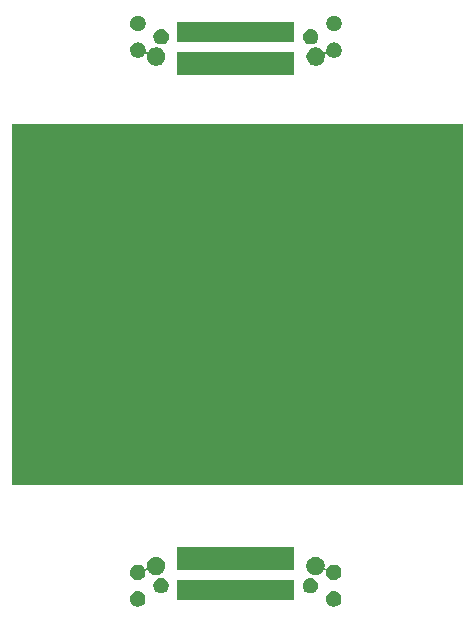
<source format=gbr>
G04 #@! TF.GenerationSoftware,KiCad,Pcbnew,(5.1.0)-1*
G04 #@! TF.CreationDate,2021-08-05T13:01:27-06:00*
G04 #@! TF.ProjectId,_autosave-Igloo19,5f617574-6f73-4617-9665-2d49676c6f6f,rev?*
G04 #@! TF.SameCoordinates,Original*
G04 #@! TF.FileFunction,Soldermask,Bot*
G04 #@! TF.FilePolarity,Negative*
%FSLAX46Y46*%
G04 Gerber Fmt 4.6, Leading zero omitted, Abs format (unit mm)*
G04 Created by KiCad (PCBNEW (5.1.0)-1) date 2021-08-05 13:01:27*
%MOMM*%
%LPD*%
G04 APERTURE LIST*
%ADD10C,0.100000*%
G04 APERTURE END LIST*
D10*
G36*
X198120000Y-90170000D02*
G01*
X160020000Y-90170000D01*
X160020000Y-59690000D01*
X198120000Y-59690000D01*
X198120000Y-90170000D01*
G37*
X198120000Y-90170000D02*
X160020000Y-90170000D01*
X160020000Y-59690000D01*
X198120000Y-59690000D01*
X198120000Y-90170000D01*
G36*
X187461055Y-99270171D02*
G01*
X187580257Y-99319546D01*
X187580259Y-99319547D01*
X187687538Y-99391228D01*
X187778772Y-99482462D01*
X187850453Y-99589741D01*
X187850454Y-99589743D01*
X187899829Y-99708945D01*
X187925000Y-99835487D01*
X187925000Y-99964513D01*
X187899829Y-100091055D01*
X187850454Y-100210257D01*
X187850453Y-100210259D01*
X187778772Y-100317538D01*
X187687538Y-100408772D01*
X187580259Y-100480453D01*
X187580258Y-100480454D01*
X187580257Y-100480454D01*
X187461055Y-100529829D01*
X187334513Y-100555000D01*
X187205487Y-100555000D01*
X187078945Y-100529829D01*
X186959743Y-100480454D01*
X186959742Y-100480454D01*
X186959741Y-100480453D01*
X186852462Y-100408772D01*
X186761228Y-100317538D01*
X186689547Y-100210259D01*
X186689546Y-100210257D01*
X186640171Y-100091055D01*
X186615000Y-99964513D01*
X186615000Y-99835487D01*
X186640171Y-99708945D01*
X186689546Y-99589743D01*
X186689547Y-99589741D01*
X186761228Y-99482462D01*
X186852462Y-99391228D01*
X186959741Y-99319547D01*
X186959743Y-99319546D01*
X187078945Y-99270171D01*
X187205487Y-99245000D01*
X187334513Y-99245000D01*
X187461055Y-99270171D01*
X187461055Y-99270171D01*
G37*
G36*
X170861055Y-99270171D02*
G01*
X170980257Y-99319546D01*
X170980259Y-99319547D01*
X171087538Y-99391228D01*
X171178772Y-99482462D01*
X171250453Y-99589741D01*
X171250454Y-99589743D01*
X171299829Y-99708945D01*
X171325000Y-99835487D01*
X171325000Y-99964513D01*
X171299829Y-100091055D01*
X171250454Y-100210257D01*
X171250453Y-100210259D01*
X171178772Y-100317538D01*
X171087538Y-100408772D01*
X170980259Y-100480453D01*
X170980258Y-100480454D01*
X170980257Y-100480454D01*
X170861055Y-100529829D01*
X170734513Y-100555000D01*
X170605487Y-100555000D01*
X170478945Y-100529829D01*
X170359743Y-100480454D01*
X170359742Y-100480454D01*
X170359741Y-100480453D01*
X170252462Y-100408772D01*
X170161228Y-100317538D01*
X170089547Y-100210259D01*
X170089546Y-100210257D01*
X170040171Y-100091055D01*
X170015000Y-99964513D01*
X170015000Y-99835487D01*
X170040171Y-99708945D01*
X170089546Y-99589743D01*
X170089547Y-99589741D01*
X170161228Y-99482462D01*
X170252462Y-99391228D01*
X170359741Y-99319547D01*
X170359743Y-99319546D01*
X170478945Y-99270171D01*
X170605487Y-99245000D01*
X170734513Y-99245000D01*
X170861055Y-99270171D01*
X170861055Y-99270171D01*
G37*
G36*
X183921000Y-100031000D02*
G01*
X174019000Y-100031000D01*
X174019000Y-98299000D01*
X183921000Y-98299000D01*
X183921000Y-100031000D01*
X183921000Y-100031000D01*
G37*
G36*
X172836055Y-98150171D02*
G01*
X172955257Y-98199546D01*
X172955259Y-98199547D01*
X173062538Y-98271228D01*
X173153772Y-98362462D01*
X173225453Y-98469741D01*
X173225454Y-98469743D01*
X173274829Y-98588945D01*
X173300000Y-98715487D01*
X173300000Y-98844513D01*
X173274829Y-98971055D01*
X173225454Y-99090257D01*
X173225453Y-99090259D01*
X173153772Y-99197538D01*
X173062538Y-99288772D01*
X172955259Y-99360453D01*
X172955258Y-99360454D01*
X172955257Y-99360454D01*
X172836055Y-99409829D01*
X172709513Y-99435000D01*
X172580487Y-99435000D01*
X172453945Y-99409829D01*
X172334743Y-99360454D01*
X172334742Y-99360454D01*
X172334741Y-99360453D01*
X172227462Y-99288772D01*
X172136228Y-99197538D01*
X172064547Y-99090259D01*
X172064546Y-99090257D01*
X172015171Y-98971055D01*
X171990000Y-98844513D01*
X171990000Y-98715487D01*
X172015171Y-98588945D01*
X172064546Y-98469743D01*
X172064547Y-98469741D01*
X172136228Y-98362462D01*
X172227462Y-98271228D01*
X172334741Y-98199547D01*
X172334743Y-98199546D01*
X172453945Y-98150171D01*
X172580487Y-98125000D01*
X172709513Y-98125000D01*
X172836055Y-98150171D01*
X172836055Y-98150171D01*
G37*
G36*
X185486055Y-98150171D02*
G01*
X185605257Y-98199546D01*
X185605259Y-98199547D01*
X185712538Y-98271228D01*
X185803772Y-98362462D01*
X185875453Y-98469741D01*
X185875454Y-98469743D01*
X185924829Y-98588945D01*
X185950000Y-98715487D01*
X185950000Y-98844513D01*
X185924829Y-98971055D01*
X185875454Y-99090257D01*
X185875453Y-99090259D01*
X185803772Y-99197538D01*
X185712538Y-99288772D01*
X185605259Y-99360453D01*
X185605258Y-99360454D01*
X185605257Y-99360454D01*
X185486055Y-99409829D01*
X185359513Y-99435000D01*
X185230487Y-99435000D01*
X185103945Y-99409829D01*
X184984743Y-99360454D01*
X184984742Y-99360454D01*
X184984741Y-99360453D01*
X184877462Y-99288772D01*
X184786228Y-99197538D01*
X184714547Y-99090259D01*
X184714546Y-99090257D01*
X184665171Y-98971055D01*
X184640000Y-98844513D01*
X184640000Y-98715487D01*
X184665171Y-98588945D01*
X184714546Y-98469743D01*
X184714547Y-98469741D01*
X184786228Y-98362462D01*
X184877462Y-98271228D01*
X184984741Y-98199547D01*
X184984743Y-98199546D01*
X185103945Y-98150171D01*
X185230487Y-98125000D01*
X185359513Y-98125000D01*
X185486055Y-98150171D01*
X185486055Y-98150171D01*
G37*
G36*
X185946348Y-96353820D02*
G01*
X185946350Y-96353821D01*
X185946351Y-96353821D01*
X186087574Y-96412317D01*
X186087577Y-96412319D01*
X186214669Y-96497239D01*
X186322761Y-96605331D01*
X186407681Y-96732423D01*
X186407683Y-96732426D01*
X186466179Y-96873649D01*
X186466180Y-96873652D01*
X186496000Y-97023569D01*
X186496000Y-97176432D01*
X186490303Y-97205074D01*
X186487901Y-97229460D01*
X186490303Y-97253846D01*
X186497416Y-97277295D01*
X186508968Y-97298905D01*
X186524513Y-97317847D01*
X186543455Y-97333392D01*
X186565066Y-97344943D01*
X186588515Y-97352056D01*
X186612901Y-97354458D01*
X186637287Y-97352056D01*
X186660736Y-97344943D01*
X186682346Y-97333391D01*
X186701288Y-97317846D01*
X186716833Y-97298904D01*
X186761226Y-97232465D01*
X186761228Y-97232462D01*
X186852462Y-97141228D01*
X186959741Y-97069547D01*
X186959743Y-97069546D01*
X187078945Y-97020171D01*
X187205487Y-96995000D01*
X187334513Y-96995000D01*
X187461055Y-97020171D01*
X187580257Y-97069546D01*
X187580259Y-97069547D01*
X187687538Y-97141228D01*
X187778772Y-97232462D01*
X187850453Y-97339741D01*
X187850454Y-97339743D01*
X187899829Y-97458945D01*
X187925000Y-97585487D01*
X187925000Y-97714513D01*
X187899829Y-97841055D01*
X187897706Y-97846180D01*
X187850453Y-97960259D01*
X187778772Y-98067538D01*
X187687538Y-98158772D01*
X187580259Y-98230453D01*
X187580258Y-98230454D01*
X187580257Y-98230454D01*
X187461055Y-98279829D01*
X187334513Y-98305000D01*
X187205487Y-98305000D01*
X187078945Y-98279829D01*
X186959743Y-98230454D01*
X186959742Y-98230454D01*
X186959741Y-98230453D01*
X186852462Y-98158772D01*
X186761228Y-98067538D01*
X186689547Y-97960259D01*
X186642294Y-97846180D01*
X186640171Y-97841055D01*
X186615000Y-97714513D01*
X186615000Y-97578709D01*
X186616079Y-97567755D01*
X186613678Y-97543369D01*
X186606565Y-97519920D01*
X186595014Y-97498309D01*
X186579469Y-97479367D01*
X186560528Y-97463821D01*
X186538917Y-97452270D01*
X186515468Y-97445156D01*
X186491082Y-97442754D01*
X186466696Y-97445155D01*
X186443247Y-97452268D01*
X186421636Y-97463819D01*
X186402694Y-97479364D01*
X186387147Y-97498308D01*
X186322761Y-97594669D01*
X186214669Y-97702761D01*
X186087577Y-97787681D01*
X186087574Y-97787683D01*
X185946351Y-97846179D01*
X185946350Y-97846179D01*
X185946348Y-97846180D01*
X185796431Y-97876000D01*
X185643569Y-97876000D01*
X185493652Y-97846180D01*
X185493650Y-97846179D01*
X185493649Y-97846179D01*
X185352426Y-97787683D01*
X185352423Y-97787681D01*
X185225331Y-97702761D01*
X185117239Y-97594669D01*
X185032319Y-97467577D01*
X185032317Y-97467574D01*
X184973821Y-97326351D01*
X184968362Y-97298905D01*
X184944000Y-97176431D01*
X184944000Y-97023569D01*
X184973820Y-96873652D01*
X184973821Y-96873649D01*
X185032317Y-96732426D01*
X185032319Y-96732423D01*
X185117239Y-96605331D01*
X185225331Y-96497239D01*
X185352423Y-96412319D01*
X185352426Y-96412317D01*
X185493649Y-96353821D01*
X185493650Y-96353821D01*
X185493652Y-96353820D01*
X185643569Y-96324000D01*
X185796431Y-96324000D01*
X185946348Y-96353820D01*
X185946348Y-96353820D01*
G37*
G36*
X172446348Y-96353820D02*
G01*
X172446350Y-96353821D01*
X172446351Y-96353821D01*
X172587574Y-96412317D01*
X172587577Y-96412319D01*
X172714669Y-96497239D01*
X172822761Y-96605331D01*
X172907681Y-96732423D01*
X172907683Y-96732426D01*
X172966179Y-96873649D01*
X172966180Y-96873652D01*
X172996000Y-97023569D01*
X172996000Y-97176431D01*
X172971639Y-97298905D01*
X172966179Y-97326351D01*
X172907683Y-97467574D01*
X172907681Y-97467577D01*
X172822761Y-97594669D01*
X172714669Y-97702761D01*
X172587577Y-97787681D01*
X172587574Y-97787683D01*
X172446351Y-97846179D01*
X172446350Y-97846179D01*
X172446348Y-97846180D01*
X172296431Y-97876000D01*
X172143569Y-97876000D01*
X171993652Y-97846180D01*
X171993650Y-97846179D01*
X171993649Y-97846179D01*
X171852426Y-97787683D01*
X171852423Y-97787681D01*
X171725331Y-97702761D01*
X171617239Y-97594669D01*
X171552853Y-97498308D01*
X171537308Y-97479366D01*
X171518366Y-97463820D01*
X171496755Y-97452269D01*
X171473307Y-97445156D01*
X171448920Y-97442754D01*
X171424534Y-97445156D01*
X171401085Y-97452269D01*
X171379475Y-97463820D01*
X171360533Y-97479365D01*
X171344987Y-97498307D01*
X171333436Y-97519918D01*
X171326323Y-97543366D01*
X171323921Y-97567753D01*
X171325000Y-97578708D01*
X171325000Y-97714513D01*
X171299829Y-97841055D01*
X171297706Y-97846180D01*
X171250453Y-97960259D01*
X171178772Y-98067538D01*
X171087538Y-98158772D01*
X170980259Y-98230453D01*
X170980258Y-98230454D01*
X170980257Y-98230454D01*
X170861055Y-98279829D01*
X170734513Y-98305000D01*
X170605487Y-98305000D01*
X170478945Y-98279829D01*
X170359743Y-98230454D01*
X170359742Y-98230454D01*
X170359741Y-98230453D01*
X170252462Y-98158772D01*
X170161228Y-98067538D01*
X170089547Y-97960259D01*
X170042294Y-97846180D01*
X170040171Y-97841055D01*
X170015000Y-97714513D01*
X170015000Y-97585487D01*
X170040171Y-97458945D01*
X170089546Y-97339743D01*
X170089547Y-97339741D01*
X170161228Y-97232462D01*
X170252462Y-97141228D01*
X170359741Y-97069547D01*
X170359743Y-97069546D01*
X170478945Y-97020171D01*
X170605487Y-96995000D01*
X170734513Y-96995000D01*
X170861055Y-97020171D01*
X170980257Y-97069546D01*
X170980259Y-97069547D01*
X171087538Y-97141228D01*
X171178772Y-97232462D01*
X171178774Y-97232465D01*
X171223167Y-97298904D01*
X171238712Y-97317846D01*
X171257654Y-97333392D01*
X171279265Y-97344943D01*
X171302714Y-97352056D01*
X171327100Y-97354458D01*
X171351486Y-97352056D01*
X171374935Y-97344943D01*
X171396545Y-97333392D01*
X171415487Y-97317847D01*
X171431033Y-97298905D01*
X171442584Y-97277294D01*
X171449697Y-97253845D01*
X171452099Y-97229459D01*
X171449697Y-97205074D01*
X171444000Y-97176432D01*
X171444000Y-97023569D01*
X171473820Y-96873652D01*
X171473821Y-96873649D01*
X171532317Y-96732426D01*
X171532319Y-96732423D01*
X171617239Y-96605331D01*
X171725331Y-96497239D01*
X171852423Y-96412319D01*
X171852426Y-96412317D01*
X171993649Y-96353821D01*
X171993650Y-96353821D01*
X171993652Y-96353820D01*
X172143569Y-96324000D01*
X172296431Y-96324000D01*
X172446348Y-96353820D01*
X172446348Y-96353820D01*
G37*
G36*
X183921000Y-97451000D02*
G01*
X174019000Y-97451000D01*
X174019000Y-95549000D01*
X183921000Y-95549000D01*
X183921000Y-97451000D01*
X183921000Y-97451000D01*
G37*
G36*
X194328337Y-81339338D02*
G01*
X194490913Y-81371677D01*
X194617780Y-81424227D01*
X194797198Y-81498544D01*
X194797199Y-81498545D01*
X195072850Y-81682729D01*
X195307271Y-81917150D01*
X195307272Y-81917152D01*
X195491456Y-82192802D01*
X195618323Y-82499088D01*
X195683000Y-82824238D01*
X195683000Y-83155762D01*
X195618323Y-83480912D01*
X195491456Y-83787198D01*
X195491455Y-83787199D01*
X195307271Y-84062850D01*
X195072850Y-84297271D01*
X194934088Y-84389989D01*
X194797198Y-84481456D01*
X194659908Y-84538323D01*
X194490913Y-84608323D01*
X194328337Y-84640661D01*
X194165762Y-84673000D01*
X193834238Y-84673000D01*
X193671663Y-84640662D01*
X193509087Y-84608323D01*
X193340092Y-84538323D01*
X193202802Y-84481456D01*
X193065912Y-84389989D01*
X192927150Y-84297271D01*
X192692729Y-84062850D01*
X192508545Y-83787199D01*
X192508544Y-83787198D01*
X192381677Y-83480912D01*
X192317000Y-83155762D01*
X192317000Y-82824238D01*
X192381677Y-82499088D01*
X192508544Y-82192802D01*
X192692728Y-81917152D01*
X192692729Y-81917150D01*
X192927150Y-81682729D01*
X193202801Y-81498545D01*
X193202802Y-81498544D01*
X193382220Y-81424227D01*
X193509087Y-81371677D01*
X193671663Y-81339339D01*
X193834238Y-81307000D01*
X194165762Y-81307000D01*
X194328337Y-81339338D01*
X194328337Y-81339338D01*
G37*
G36*
X164328337Y-81269338D02*
G01*
X164490913Y-81301677D01*
X164617780Y-81354227D01*
X164797198Y-81428544D01*
X164934088Y-81520011D01*
X165072850Y-81612729D01*
X165307271Y-81847150D01*
X165307272Y-81847152D01*
X165491456Y-82122802D01*
X165618323Y-82429088D01*
X165683000Y-82754238D01*
X165683000Y-83085762D01*
X165618323Y-83410912D01*
X165491456Y-83717198D01*
X165491455Y-83717199D01*
X165307271Y-83992850D01*
X165072850Y-84227271D01*
X164968086Y-84297272D01*
X164797198Y-84411456D01*
X164628204Y-84481455D01*
X164490913Y-84538323D01*
X164328337Y-84570661D01*
X164165762Y-84603000D01*
X163834238Y-84603000D01*
X163671663Y-84570661D01*
X163509087Y-84538323D01*
X163371796Y-84481455D01*
X163202802Y-84411456D01*
X163031914Y-84297272D01*
X162927150Y-84227271D01*
X162692729Y-83992850D01*
X162508545Y-83717199D01*
X162508544Y-83717198D01*
X162381677Y-83410912D01*
X162317000Y-83085762D01*
X162317000Y-82754238D01*
X162381677Y-82429088D01*
X162508544Y-82122802D01*
X162692728Y-81847152D01*
X162692729Y-81847150D01*
X162927150Y-81612729D01*
X163065912Y-81520011D01*
X163202802Y-81428544D01*
X163382220Y-81354227D01*
X163509087Y-81301677D01*
X163671663Y-81269339D01*
X163834238Y-81237000D01*
X164165762Y-81237000D01*
X164328337Y-81269338D01*
X164328337Y-81269338D01*
G37*
G36*
X194328337Y-66339338D02*
G01*
X194490913Y-66371677D01*
X194617780Y-66424227D01*
X194797198Y-66498544D01*
X194797199Y-66498545D01*
X195072850Y-66682729D01*
X195307271Y-66917150D01*
X195307272Y-66917152D01*
X195491456Y-67192802D01*
X195618323Y-67499088D01*
X195683000Y-67824238D01*
X195683000Y-68155762D01*
X195618323Y-68480912D01*
X195491456Y-68787198D01*
X195491455Y-68787199D01*
X195307271Y-69062850D01*
X195072850Y-69297271D01*
X194934088Y-69389989D01*
X194797198Y-69481456D01*
X194617780Y-69555773D01*
X194490913Y-69608323D01*
X194328337Y-69640661D01*
X194165762Y-69673000D01*
X193834238Y-69673000D01*
X193671663Y-69640661D01*
X193509087Y-69608323D01*
X193382220Y-69555773D01*
X193202802Y-69481456D01*
X193065912Y-69389989D01*
X192927150Y-69297271D01*
X192692729Y-69062850D01*
X192508545Y-68787199D01*
X192508544Y-68787198D01*
X192381677Y-68480912D01*
X192317000Y-68155762D01*
X192317000Y-67824238D01*
X192381677Y-67499088D01*
X192508544Y-67192802D01*
X192692728Y-66917152D01*
X192692729Y-66917150D01*
X192927150Y-66682729D01*
X193202801Y-66498545D01*
X193202802Y-66498544D01*
X193382220Y-66424227D01*
X193509087Y-66371677D01*
X193671663Y-66339338D01*
X193834238Y-66307000D01*
X194165762Y-66307000D01*
X194328337Y-66339338D01*
X194328337Y-66339338D01*
G37*
G36*
X164328337Y-66339338D02*
G01*
X164490913Y-66371677D01*
X164617780Y-66424227D01*
X164797198Y-66498544D01*
X164797199Y-66498545D01*
X165072850Y-66682729D01*
X165307271Y-66917150D01*
X165307272Y-66917152D01*
X165491456Y-67192802D01*
X165618323Y-67499088D01*
X165683000Y-67824238D01*
X165683000Y-68155762D01*
X165618323Y-68480912D01*
X165491456Y-68787198D01*
X165491455Y-68787199D01*
X165307271Y-69062850D01*
X165072850Y-69297271D01*
X164934088Y-69389989D01*
X164797198Y-69481456D01*
X164617780Y-69555773D01*
X164490913Y-69608323D01*
X164328337Y-69640661D01*
X164165762Y-69673000D01*
X163834238Y-69673000D01*
X163671663Y-69640661D01*
X163509087Y-69608323D01*
X163382220Y-69555773D01*
X163202802Y-69481456D01*
X163065912Y-69389989D01*
X162927150Y-69297271D01*
X162692729Y-69062850D01*
X162508545Y-68787199D01*
X162508544Y-68787198D01*
X162381677Y-68480912D01*
X162317000Y-68155762D01*
X162317000Y-67824238D01*
X162381677Y-67499088D01*
X162508544Y-67192802D01*
X162692728Y-66917152D01*
X162692729Y-66917150D01*
X162927150Y-66682729D01*
X163202801Y-66498545D01*
X163202802Y-66498544D01*
X163382220Y-66424227D01*
X163509087Y-66371677D01*
X163671663Y-66339338D01*
X163834238Y-66307000D01*
X164165762Y-66307000D01*
X164328337Y-66339338D01*
X164328337Y-66339338D01*
G37*
G36*
X183941000Y-55531000D02*
G01*
X174039000Y-55531000D01*
X174039000Y-53629000D01*
X183941000Y-53629000D01*
X183941000Y-55531000D01*
X183941000Y-55531000D01*
G37*
G36*
X187481055Y-52800171D02*
G01*
X187600257Y-52849546D01*
X187600259Y-52849547D01*
X187707538Y-52921228D01*
X187798772Y-53012462D01*
X187870453Y-53119741D01*
X187870454Y-53119743D01*
X187919829Y-53238945D01*
X187945000Y-53365487D01*
X187945000Y-53494513D01*
X187919829Y-53621055D01*
X187913122Y-53637246D01*
X187870453Y-53740259D01*
X187798772Y-53847538D01*
X187707538Y-53938772D01*
X187600259Y-54010453D01*
X187600258Y-54010454D01*
X187600257Y-54010454D01*
X187481055Y-54059829D01*
X187354513Y-54085000D01*
X187225487Y-54085000D01*
X187098945Y-54059829D01*
X186979743Y-54010454D01*
X186979742Y-54010454D01*
X186979741Y-54010453D01*
X186872462Y-53938772D01*
X186781228Y-53847538D01*
X186736833Y-53781096D01*
X186721288Y-53762154D01*
X186702346Y-53746608D01*
X186680735Y-53735057D01*
X186657286Y-53727944D01*
X186632900Y-53725542D01*
X186608514Y-53727944D01*
X186585065Y-53735057D01*
X186563455Y-53746608D01*
X186544513Y-53762153D01*
X186528967Y-53781095D01*
X186517416Y-53802706D01*
X186510303Y-53826155D01*
X186507901Y-53850541D01*
X186510303Y-53874926D01*
X186516000Y-53903568D01*
X186516000Y-54056429D01*
X186486179Y-54206351D01*
X186427683Y-54347574D01*
X186427681Y-54347577D01*
X186342761Y-54474669D01*
X186234669Y-54582761D01*
X186107577Y-54667681D01*
X186107574Y-54667683D01*
X185966351Y-54726179D01*
X185966350Y-54726179D01*
X185966348Y-54726180D01*
X185816431Y-54756000D01*
X185663569Y-54756000D01*
X185513652Y-54726180D01*
X185513650Y-54726179D01*
X185513649Y-54726179D01*
X185372426Y-54667683D01*
X185372423Y-54667681D01*
X185245331Y-54582761D01*
X185137239Y-54474669D01*
X185052319Y-54347577D01*
X185052317Y-54347574D01*
X184993821Y-54206351D01*
X184964000Y-54056429D01*
X184964000Y-53903569D01*
X184993820Y-53753652D01*
X184996737Y-53746609D01*
X185052317Y-53612426D01*
X185060195Y-53600636D01*
X185137239Y-53485331D01*
X185245331Y-53377239D01*
X185372423Y-53292319D01*
X185372426Y-53292317D01*
X185513649Y-53233821D01*
X185513650Y-53233821D01*
X185513652Y-53233820D01*
X185663569Y-53204000D01*
X185816431Y-53204000D01*
X185966348Y-53233820D01*
X185966350Y-53233821D01*
X185966351Y-53233821D01*
X186107574Y-53292317D01*
X186107577Y-53292319D01*
X186234669Y-53377239D01*
X186342761Y-53485331D01*
X186407147Y-53581692D01*
X186422692Y-53600634D01*
X186441634Y-53616180D01*
X186463245Y-53627731D01*
X186486693Y-53634844D01*
X186511080Y-53637246D01*
X186535466Y-53634844D01*
X186558915Y-53627731D01*
X186580525Y-53616180D01*
X186599467Y-53600635D01*
X186615013Y-53581693D01*
X186626564Y-53560082D01*
X186633677Y-53536634D01*
X186636079Y-53512247D01*
X186635000Y-53501292D01*
X186635000Y-53365487D01*
X186660171Y-53238945D01*
X186709546Y-53119743D01*
X186709547Y-53119741D01*
X186781228Y-53012462D01*
X186872462Y-52921228D01*
X186979741Y-52849547D01*
X186979743Y-52849546D01*
X187098945Y-52800171D01*
X187225487Y-52775000D01*
X187354513Y-52775000D01*
X187481055Y-52800171D01*
X187481055Y-52800171D01*
G37*
G36*
X170881055Y-52800171D02*
G01*
X171000257Y-52849546D01*
X171000259Y-52849547D01*
X171107538Y-52921228D01*
X171198772Y-53012462D01*
X171270453Y-53119741D01*
X171270454Y-53119743D01*
X171319829Y-53238945D01*
X171345000Y-53365487D01*
X171345000Y-53501291D01*
X171343921Y-53512245D01*
X171346322Y-53536631D01*
X171353435Y-53560080D01*
X171364986Y-53581691D01*
X171380531Y-53600633D01*
X171399472Y-53616179D01*
X171421083Y-53627730D01*
X171444532Y-53634844D01*
X171468918Y-53637246D01*
X171493304Y-53634845D01*
X171516753Y-53627732D01*
X171538364Y-53616181D01*
X171557306Y-53600636D01*
X171572853Y-53581692D01*
X171637239Y-53485331D01*
X171745331Y-53377239D01*
X171872423Y-53292319D01*
X171872426Y-53292317D01*
X172013649Y-53233821D01*
X172013650Y-53233821D01*
X172013652Y-53233820D01*
X172163569Y-53204000D01*
X172316431Y-53204000D01*
X172466348Y-53233820D01*
X172466350Y-53233821D01*
X172466351Y-53233821D01*
X172607574Y-53292317D01*
X172607577Y-53292319D01*
X172734669Y-53377239D01*
X172842761Y-53485331D01*
X172919805Y-53600636D01*
X172927683Y-53612426D01*
X172983263Y-53746609D01*
X172986180Y-53753652D01*
X173016000Y-53903569D01*
X173016000Y-54056429D01*
X172986179Y-54206351D01*
X172927683Y-54347574D01*
X172927681Y-54347577D01*
X172842761Y-54474669D01*
X172734669Y-54582761D01*
X172607577Y-54667681D01*
X172607574Y-54667683D01*
X172466351Y-54726179D01*
X172466350Y-54726179D01*
X172466348Y-54726180D01*
X172316431Y-54756000D01*
X172163569Y-54756000D01*
X172013652Y-54726180D01*
X172013650Y-54726179D01*
X172013649Y-54726179D01*
X171872426Y-54667683D01*
X171872423Y-54667681D01*
X171745331Y-54582761D01*
X171637239Y-54474669D01*
X171552319Y-54347577D01*
X171552317Y-54347574D01*
X171493821Y-54206351D01*
X171464000Y-54056429D01*
X171464000Y-53903568D01*
X171469697Y-53874926D01*
X171472099Y-53850540D01*
X171469697Y-53826154D01*
X171462584Y-53802705D01*
X171451032Y-53781095D01*
X171435487Y-53762153D01*
X171416545Y-53746608D01*
X171394934Y-53735057D01*
X171371485Y-53727944D01*
X171347099Y-53725542D01*
X171322713Y-53727944D01*
X171299264Y-53735057D01*
X171277654Y-53746609D01*
X171258712Y-53762154D01*
X171243167Y-53781096D01*
X171198772Y-53847538D01*
X171107538Y-53938772D01*
X171000259Y-54010453D01*
X171000258Y-54010454D01*
X171000257Y-54010454D01*
X170881055Y-54059829D01*
X170754513Y-54085000D01*
X170625487Y-54085000D01*
X170498945Y-54059829D01*
X170379743Y-54010454D01*
X170379742Y-54010454D01*
X170379741Y-54010453D01*
X170272462Y-53938772D01*
X170181228Y-53847538D01*
X170109547Y-53740259D01*
X170066878Y-53637246D01*
X170060171Y-53621055D01*
X170035000Y-53494513D01*
X170035000Y-53365487D01*
X170060171Y-53238945D01*
X170109546Y-53119743D01*
X170109547Y-53119741D01*
X170181228Y-53012462D01*
X170272462Y-52921228D01*
X170379741Y-52849547D01*
X170379743Y-52849546D01*
X170498945Y-52800171D01*
X170625487Y-52775000D01*
X170754513Y-52775000D01*
X170881055Y-52800171D01*
X170881055Y-52800171D01*
G37*
G36*
X172856055Y-51670171D02*
G01*
X172975257Y-51719546D01*
X172975259Y-51719547D01*
X173082538Y-51791228D01*
X173173772Y-51882462D01*
X173245453Y-51989741D01*
X173245454Y-51989743D01*
X173294829Y-52108945D01*
X173320000Y-52235487D01*
X173320000Y-52364513D01*
X173294829Y-52491055D01*
X173245454Y-52610257D01*
X173245453Y-52610259D01*
X173173772Y-52717538D01*
X173082538Y-52808772D01*
X172975259Y-52880453D01*
X172975258Y-52880454D01*
X172975257Y-52880454D01*
X172856055Y-52929829D01*
X172729513Y-52955000D01*
X172600487Y-52955000D01*
X172473945Y-52929829D01*
X172354743Y-52880454D01*
X172354742Y-52880454D01*
X172354741Y-52880453D01*
X172247462Y-52808772D01*
X172156228Y-52717538D01*
X172084547Y-52610259D01*
X172084546Y-52610257D01*
X172035171Y-52491055D01*
X172010000Y-52364513D01*
X172010000Y-52235487D01*
X172035171Y-52108945D01*
X172084546Y-51989743D01*
X172084547Y-51989741D01*
X172156228Y-51882462D01*
X172247462Y-51791228D01*
X172354741Y-51719547D01*
X172354743Y-51719546D01*
X172473945Y-51670171D01*
X172600487Y-51645000D01*
X172729513Y-51645000D01*
X172856055Y-51670171D01*
X172856055Y-51670171D01*
G37*
G36*
X185506055Y-51670171D02*
G01*
X185625257Y-51719546D01*
X185625259Y-51719547D01*
X185732538Y-51791228D01*
X185823772Y-51882462D01*
X185895453Y-51989741D01*
X185895454Y-51989743D01*
X185944829Y-52108945D01*
X185970000Y-52235487D01*
X185970000Y-52364513D01*
X185944829Y-52491055D01*
X185895454Y-52610257D01*
X185895453Y-52610259D01*
X185823772Y-52717538D01*
X185732538Y-52808772D01*
X185625259Y-52880453D01*
X185625258Y-52880454D01*
X185625257Y-52880454D01*
X185506055Y-52929829D01*
X185379513Y-52955000D01*
X185250487Y-52955000D01*
X185123945Y-52929829D01*
X185004743Y-52880454D01*
X185004742Y-52880454D01*
X185004741Y-52880453D01*
X184897462Y-52808772D01*
X184806228Y-52717538D01*
X184734547Y-52610259D01*
X184734546Y-52610257D01*
X184685171Y-52491055D01*
X184660000Y-52364513D01*
X184660000Y-52235487D01*
X184685171Y-52108945D01*
X184734546Y-51989743D01*
X184734547Y-51989741D01*
X184806228Y-51882462D01*
X184897462Y-51791228D01*
X185004741Y-51719547D01*
X185004743Y-51719546D01*
X185123945Y-51670171D01*
X185250487Y-51645000D01*
X185379513Y-51645000D01*
X185506055Y-51670171D01*
X185506055Y-51670171D01*
G37*
G36*
X183941000Y-52781000D02*
G01*
X174039000Y-52781000D01*
X174039000Y-51049000D01*
X183941000Y-51049000D01*
X183941000Y-52781000D01*
X183941000Y-52781000D01*
G37*
G36*
X170881055Y-50550171D02*
G01*
X171000257Y-50599546D01*
X171000259Y-50599547D01*
X171107538Y-50671228D01*
X171198772Y-50762462D01*
X171270453Y-50869741D01*
X171270454Y-50869743D01*
X171319829Y-50988945D01*
X171345000Y-51115487D01*
X171345000Y-51244513D01*
X171319829Y-51371055D01*
X171270454Y-51490257D01*
X171270453Y-51490259D01*
X171198772Y-51597538D01*
X171107538Y-51688772D01*
X171000259Y-51760453D01*
X171000258Y-51760454D01*
X171000257Y-51760454D01*
X170881055Y-51809829D01*
X170754513Y-51835000D01*
X170625487Y-51835000D01*
X170498945Y-51809829D01*
X170379743Y-51760454D01*
X170379742Y-51760454D01*
X170379741Y-51760453D01*
X170272462Y-51688772D01*
X170181228Y-51597538D01*
X170109547Y-51490259D01*
X170109546Y-51490257D01*
X170060171Y-51371055D01*
X170035000Y-51244513D01*
X170035000Y-51115487D01*
X170060171Y-50988945D01*
X170109546Y-50869743D01*
X170109547Y-50869741D01*
X170181228Y-50762462D01*
X170272462Y-50671228D01*
X170379741Y-50599547D01*
X170379743Y-50599546D01*
X170498945Y-50550171D01*
X170625487Y-50525000D01*
X170754513Y-50525000D01*
X170881055Y-50550171D01*
X170881055Y-50550171D01*
G37*
G36*
X187481055Y-50550171D02*
G01*
X187600257Y-50599546D01*
X187600259Y-50599547D01*
X187707538Y-50671228D01*
X187798772Y-50762462D01*
X187870453Y-50869741D01*
X187870454Y-50869743D01*
X187919829Y-50988945D01*
X187945000Y-51115487D01*
X187945000Y-51244513D01*
X187919829Y-51371055D01*
X187870454Y-51490257D01*
X187870453Y-51490259D01*
X187798772Y-51597538D01*
X187707538Y-51688772D01*
X187600259Y-51760453D01*
X187600258Y-51760454D01*
X187600257Y-51760454D01*
X187481055Y-51809829D01*
X187354513Y-51835000D01*
X187225487Y-51835000D01*
X187098945Y-51809829D01*
X186979743Y-51760454D01*
X186979742Y-51760454D01*
X186979741Y-51760453D01*
X186872462Y-51688772D01*
X186781228Y-51597538D01*
X186709547Y-51490259D01*
X186709546Y-51490257D01*
X186660171Y-51371055D01*
X186635000Y-51244513D01*
X186635000Y-51115487D01*
X186660171Y-50988945D01*
X186709546Y-50869743D01*
X186709547Y-50869741D01*
X186781228Y-50762462D01*
X186872462Y-50671228D01*
X186979741Y-50599547D01*
X186979743Y-50599546D01*
X187098945Y-50550171D01*
X187225487Y-50525000D01*
X187354513Y-50525000D01*
X187481055Y-50550171D01*
X187481055Y-50550171D01*
G37*
M02*

</source>
